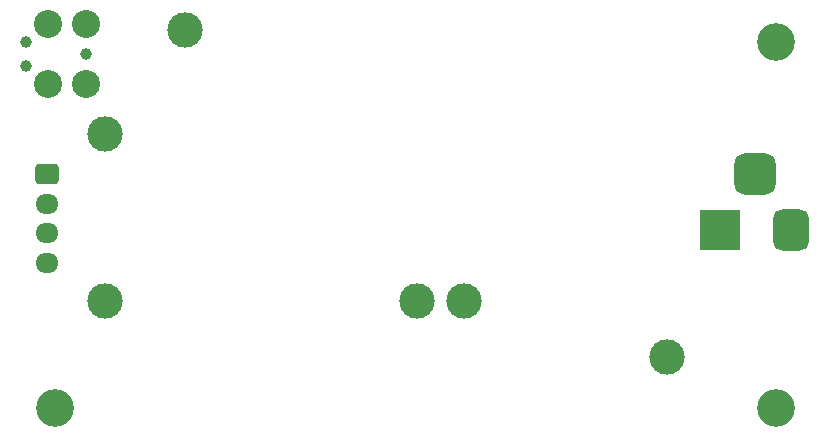
<source format=gbs>
%TF.GenerationSoftware,KiCad,Pcbnew,8.0.2-8.0.2-0~ubuntu22.04.1*%
%TF.CreationDate,2024-05-15T13:15:59-07:00*%
%TF.ProjectId,JPBms2,4a50426d-7332-42e6-9b69-6361645f7063,rev?*%
%TF.SameCoordinates,Original*%
%TF.FileFunction,Soldermask,Bot*%
%TF.FilePolarity,Negative*%
%FSLAX46Y46*%
G04 Gerber Fmt 4.6, Leading zero omitted, Abs format (unit mm)*
G04 Created by KiCad (PCBNEW 8.0.2-8.0.2-0~ubuntu22.04.1) date 2024-05-15 13:15:59*
%MOMM*%
%LPD*%
G01*
G04 APERTURE LIST*
G04 Aperture macros list*
%AMRoundRect*
0 Rectangle with rounded corners*
0 $1 Rounding radius*
0 $2 $3 $4 $5 $6 $7 $8 $9 X,Y pos of 4 corners*
0 Add a 4 corners polygon primitive as box body*
4,1,4,$2,$3,$4,$5,$6,$7,$8,$9,$2,$3,0*
0 Add four circle primitives for the rounded corners*
1,1,$1+$1,$2,$3*
1,1,$1+$1,$4,$5*
1,1,$1+$1,$6,$7*
1,1,$1+$1,$8,$9*
0 Add four rect primitives between the rounded corners*
20,1,$1+$1,$2,$3,$4,$5,0*
20,1,$1+$1,$4,$5,$6,$7,0*
20,1,$1+$1,$6,$7,$8,$9,0*
20,1,$1+$1,$8,$9,$2,$3,0*%
G04 Aperture macros list end*
%ADD10C,2.374900*%
%ADD11C,0.990600*%
%ADD12RoundRect,0.250000X-0.725000X0.600000X-0.725000X-0.600000X0.725000X-0.600000X0.725000X0.600000X0*%
%ADD13O,1.950000X1.700000*%
%ADD14C,3.200000*%
%ADD15C,3.000000*%
%ADD16R,3.500000X3.500000*%
%ADD17RoundRect,0.750000X0.750000X1.000000X-0.750000X1.000000X-0.750000X-1.000000X0.750000X-1.000000X0*%
%ADD18RoundRect,0.875000X0.875000X0.875000X-0.875000X0.875000X-0.875000X-0.875000X0.875000X-0.875000X0*%
G04 APERTURE END LIST*
D10*
%TO.C,J2*%
X102550000Y-69625000D03*
D11*
X102550000Y-67085000D03*
D10*
X102550000Y-64545000D03*
X99375000Y-69625000D03*
X99375000Y-64545000D03*
D11*
X97470000Y-68101000D03*
X97470000Y-66069000D03*
%TD*%
D12*
%TO.C,BAL1*%
X99280000Y-77220000D03*
D13*
X99280000Y-79720000D03*
X99280000Y-82220000D03*
X99280000Y-84720000D03*
%TD*%
D14*
%TO.C,H3*%
X161000000Y-97000000D03*
%TD*%
%TO.C,H2*%
X100000000Y-97000000D03*
%TD*%
D15*
%TO.C,TP2*%
X104200000Y-88000000D03*
%TD*%
%TO.C,TP6*%
X134600000Y-88000000D03*
%TD*%
%TO.C,TP3*%
X151750000Y-92720000D03*
%TD*%
%TO.C,TP1*%
X104200000Y-73800000D03*
%TD*%
%TO.C,TP4*%
X111000000Y-65024000D03*
%TD*%
D14*
%TO.C,H1*%
X161000000Y-66000000D03*
%TD*%
D15*
%TO.C,TP5*%
X130600000Y-88000000D03*
%TD*%
D16*
%TO.C,J1*%
X156250000Y-81920000D03*
D17*
X162250000Y-81920000D03*
D18*
X159250000Y-77220000D03*
%TD*%
M02*

</source>
